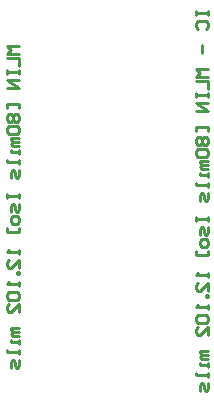
<source format=gbo>
G04*
G04 #@! TF.GenerationSoftware,Altium Limited,Altium Designer,19.1.7 (138)*
G04*
G04 Layer_Color=32896*
%FSLAX25Y25*%
%MOIN*%
G70*
G01*
G75*
%ADD11C,0.01000*%
D11*
X129860Y263779D02*
Y262447D01*
Y263113D01*
X133858D01*
Y263779D01*
Y262447D01*
X130526Y257782D02*
X129860Y258448D01*
Y259781D01*
X130526Y260447D01*
X133192D01*
X133858Y259781D01*
Y258448D01*
X133192Y257782D01*
X131859Y252450D02*
Y249784D01*
X133858Y244452D02*
X129860D01*
X131193Y243120D01*
X129860Y241787D01*
X133858D01*
X129860Y240454D02*
X133858D01*
Y237788D01*
X129860Y236455D02*
Y235122D01*
Y235789D01*
X133858D01*
Y236455D01*
Y235122D01*
Y233123D02*
X129860D01*
X133858Y230457D01*
X129860D01*
X133858Y223792D02*
Y225125D01*
X129860D01*
Y223792D01*
X130526Y221793D02*
X129860Y221127D01*
Y219794D01*
X130526Y219127D01*
X131193D01*
X131859Y219794D01*
X132525Y219127D01*
X133192D01*
X133858Y219794D01*
Y221127D01*
X133192Y221793D01*
X132525D01*
X131859Y221127D01*
X131193Y221793D01*
X130526D01*
X131859Y221127D02*
Y219794D01*
X130526Y217794D02*
X129860Y217128D01*
Y215795D01*
X130526Y215129D01*
X133192D01*
X133858Y215795D01*
Y217128D01*
X133192Y217794D01*
X130526D01*
X133858Y213796D02*
X131193D01*
Y213129D01*
X131859Y212463D01*
X133858D01*
X131859D01*
X131193Y211796D01*
X131859Y211130D01*
X133858D01*
Y209797D02*
Y208464D01*
Y209131D01*
X131193D01*
Y209797D01*
X133858Y206465D02*
Y205132D01*
Y205798D01*
X129860D01*
Y206465D01*
X133858Y203132D02*
Y201133D01*
X133192Y200467D01*
X132525Y201133D01*
Y202466D01*
X131859Y203132D01*
X131193Y202466D01*
Y200467D01*
X129860Y195135D02*
Y193802D01*
Y194469D01*
X133858D01*
Y195135D01*
Y193802D01*
Y191803D02*
Y189803D01*
X133192Y189137D01*
X132525Y189803D01*
Y191136D01*
X131859Y191803D01*
X131193Y191136D01*
Y189137D01*
X133858Y187138D02*
Y185805D01*
X133192Y185138D01*
X131859D01*
X131193Y185805D01*
Y187138D01*
X131859Y187804D01*
X133192D01*
X133858Y187138D01*
Y183805D02*
Y182472D01*
X129860D01*
Y183805D01*
X133858Y176474D02*
Y175142D01*
Y175808D01*
X129860D01*
X130526Y176474D01*
X133858Y170476D02*
Y173142D01*
X131193Y170476D01*
X130526D01*
X129860Y171143D01*
Y172476D01*
X130526Y173142D01*
X133858Y169143D02*
X133192D01*
Y168477D01*
X133858D01*
Y169143D01*
Y165811D02*
Y164478D01*
Y165145D01*
X129860D01*
X130526Y165811D01*
Y162479D02*
X129860Y161812D01*
Y160479D01*
X130526Y159813D01*
X133192D01*
X133858Y160479D01*
Y161812D01*
X133192Y162479D01*
X130526D01*
X133858Y155814D02*
Y158480D01*
X131193Y155814D01*
X130526D01*
X129860Y156481D01*
Y157814D01*
X130526Y158480D01*
X133858Y150483D02*
X131193D01*
Y149816D01*
X131859Y149150D01*
X133858D01*
X131859D01*
X131193Y148483D01*
X131859Y147817D01*
X133858D01*
Y146484D02*
Y145151D01*
Y145818D01*
X131193D01*
Y146484D01*
X133858Y143152D02*
Y141819D01*
Y142485D01*
X129860D01*
Y143152D01*
X133858Y139820D02*
Y137820D01*
X133192Y137154D01*
X132525Y137820D01*
Y139153D01*
X131859Y139820D01*
X131193Y139153D01*
Y137154D01*
X70866Y251969D02*
X66867D01*
X68200Y250636D01*
X66867Y249303D01*
X70866D01*
X66867Y247970D02*
X70866D01*
Y245304D01*
X66867Y243971D02*
Y242638D01*
Y243305D01*
X70866D01*
Y243971D01*
Y242638D01*
Y240639D02*
X66867D01*
X70866Y237973D01*
X66867D01*
X70866Y231309D02*
Y232641D01*
X66867D01*
Y231309D01*
X67534Y229309D02*
X66867Y228643D01*
Y227310D01*
X67534Y226643D01*
X68200D01*
X68867Y227310D01*
X69533Y226643D01*
X70200D01*
X70866Y227310D01*
Y228643D01*
X70200Y229309D01*
X69533D01*
X68867Y228643D01*
X68200Y229309D01*
X67534D01*
X68867Y228643D02*
Y227310D01*
X67534Y225310D02*
X66867Y224644D01*
Y223311D01*
X67534Y222645D01*
X70200D01*
X70866Y223311D01*
Y224644D01*
X70200Y225310D01*
X67534D01*
X70866Y221312D02*
X68200D01*
Y220645D01*
X68867Y219979D01*
X70866D01*
X68867D01*
X68200Y219312D01*
X68867Y218646D01*
X70866D01*
Y217313D02*
Y215980D01*
Y216647D01*
X68200D01*
Y217313D01*
X70866Y213981D02*
Y212648D01*
Y213314D01*
X66867D01*
Y213981D01*
X70866Y210648D02*
Y208649D01*
X70200Y207983D01*
X69533Y208649D01*
Y209982D01*
X68867Y210648D01*
X68200Y209982D01*
Y207983D01*
X66867Y202651D02*
Y201318D01*
Y201985D01*
X70866D01*
Y202651D01*
Y201318D01*
Y199319D02*
Y197319D01*
X70200Y196653D01*
X69533Y197319D01*
Y198652D01*
X68867Y199319D01*
X68200Y198652D01*
Y196653D01*
X70866Y194654D02*
Y193321D01*
X70200Y192654D01*
X68867D01*
X68200Y193321D01*
Y194654D01*
X68867Y195320D01*
X70200D01*
X70866Y194654D01*
Y191321D02*
Y189989D01*
X66867D01*
Y191321D01*
X70866Y183990D02*
Y182658D01*
Y183324D01*
X66867D01*
X67534Y183990D01*
X70866Y177992D02*
Y180658D01*
X68200Y177992D01*
X67534D01*
X66867Y178659D01*
Y179992D01*
X67534Y180658D01*
X70866Y176659D02*
X70200D01*
Y175993D01*
X70866D01*
Y176659D01*
Y173327D02*
Y171994D01*
Y172661D01*
X66867D01*
X67534Y173327D01*
Y169995D02*
X66867Y169328D01*
Y167996D01*
X67534Y167329D01*
X70200D01*
X70866Y167996D01*
Y169328D01*
X70200Y169995D01*
X67534D01*
X70866Y163330D02*
Y165996D01*
X68200Y163330D01*
X67534D01*
X66867Y163997D01*
Y165330D01*
X67534Y165996D01*
X70866Y157999D02*
X68200D01*
Y157332D01*
X68867Y156666D01*
X70866D01*
X68867D01*
X68200Y156000D01*
X68867Y155333D01*
X70866D01*
Y154000D02*
Y152667D01*
Y153334D01*
X68200D01*
Y154000D01*
X70866Y150668D02*
Y149335D01*
Y150001D01*
X66867D01*
Y150668D01*
X70866Y147336D02*
Y145336D01*
X70200Y144670D01*
X69533Y145336D01*
Y146669D01*
X68867Y147336D01*
X68200Y146669D01*
Y144670D01*
M02*

</source>
